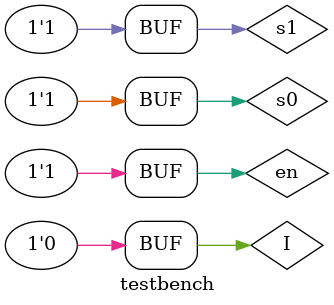
<source format=v>
module demux(s0,s1,I,en,d0,d1,d2,d3);

input s0,s1,I,en;

output d0,d1,d2,d3;

assign d0=(~s0)&(~s1)& I& en;
assign d1=(~s0)& s1& I& en;
assign d2=s0&(~s1)& I & en;
assign d3=s0& s1 & I & en;

endmodule

module testbench();

reg s0,s1,I,en;
wire d0,d1,d2,d3;
demux aa (.d0(d0),.d1(d1),.d2(d2),.d3(d3),.I(I),.en(en),.s1(s0),.s0(s1));

initial begin

$monitor("d0 = %b  : d1 = %b  : d2 =  %b  : d3 = %b  : s1 = %b  : s2 = %b  : en = %b  : I = %b",d0,d1,d2,d3,s1,s0,en,I);
$dumpfile("demux.vcd");
$dumpvars;


I=1'b1;en=1'b0;s1=1'b0;s0=1'b0;
#1
I=1'b1;en=1'b0;s1=1'b0;s0=1'b1;
#1
I=1'b1;en=1'b0;s1=1'b1;s0=1'b0;
#1
I=1'b1;en=1'b0;s1=1'b1;s0=1'b1;
#1
I=1'b0;en=1'b0;s1=1'b0;s0=1'b0;
#1
I=1'b0;en=1'b0;s1=1'b0;s0=1'b1;
#1
I=1'b0;en=1'b0;s1=1'b1;s0=1'b0;
#1
I=1'b0;en=1'b0;s1=1'b1;s0=1'b1;
#1
I=1'b1;en=1'b1;s1=1'b0;s0=1'b0;
#1
I=1'b1;en=1'b1;s1=1'b0;s0=1'b1;
#1
I=1'b1;en=1'b1;s1=1'b1;s0=1'b0;
#1
I=1'b1;en=1'b1;s1=1'b1;s0=1'b1;
#1
I=1'b0;en=1'b1;s1=1'b0;s0=1'b0;
#1
I=1'b0;en=1'b1;s1=1'b0;s0=1'b1;
#1
I=1'b0;en=1'b1;s1=1'b1;s0=1'b0;
#1
I=1'b0;en=1'b1;s1=1'b1;s0=1'b1;

end

endmodule

</source>
